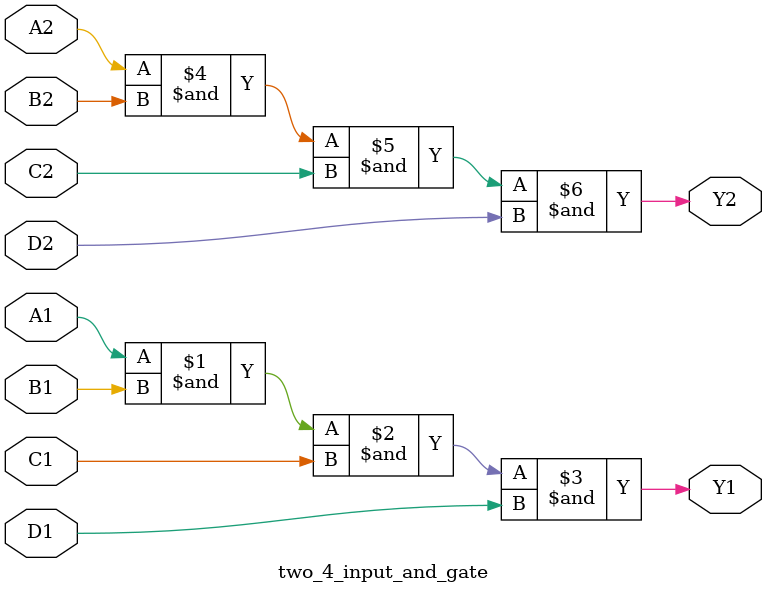
<source format=v>
`timescale 1ns / 1ps


module two_4_input_and_gate#(parameter Delay = 0)(
    input wire A1,B1,C1,D1,A2,B2,C2,D2,
    output wire Y1,Y2
    );
    
    and #Delay (Y1,A1,B1,C1,D1);
    and #Delay (Y2,A2,B2,C2,D2);
    
endmodule
</source>
